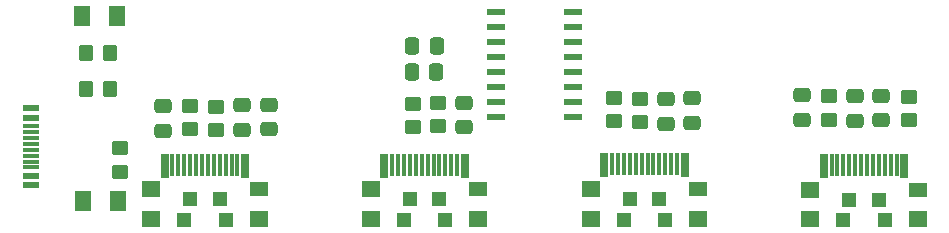
<source format=gbr>
%TF.GenerationSoftware,KiCad,Pcbnew,(7.0.0-0)*%
%TF.CreationDate,2023-12-09T12:43:24+01:00*%
%TF.ProjectId,USB 2.0 Hub,55534220-322e-4302-9048-75622e6b6963,v1.2*%
%TF.SameCoordinates,Original*%
%TF.FileFunction,Paste,Top*%
%TF.FilePolarity,Positive*%
%FSLAX46Y46*%
G04 Gerber Fmt 4.6, Leading zero omitted, Abs format (unit mm)*
G04 Created by KiCad (PCBNEW (7.0.0-0)) date 2023-12-09 12:43:24*
%MOMM*%
%LPD*%
G01*
G04 APERTURE LIST*
G04 Aperture macros list*
%AMRoundRect*
0 Rectangle with rounded corners*
0 $1 Rounding radius*
0 $2 $3 $4 $5 $6 $7 $8 $9 X,Y pos of 4 corners*
0 Add a 4 corners polygon primitive as box body*
4,1,4,$2,$3,$4,$5,$6,$7,$8,$9,$2,$3,0*
0 Add four circle primitives for the rounded corners*
1,1,$1+$1,$2,$3*
1,1,$1+$1,$4,$5*
1,1,$1+$1,$6,$7*
1,1,$1+$1,$8,$9*
0 Add four rect primitives between the rounded corners*
20,1,$1+$1,$2,$3,$4,$5,0*
20,1,$1+$1,$4,$5,$6,$7,0*
20,1,$1+$1,$6,$7,$8,$9,0*
20,1,$1+$1,$8,$9,$2,$3,0*%
G04 Aperture macros list end*
%ADD10RoundRect,0.250000X-0.475000X0.337500X-0.475000X-0.337500X0.475000X-0.337500X0.475000X0.337500X0*%
%ADD11RoundRect,0.250000X0.450000X-0.350000X0.450000X0.350000X-0.450000X0.350000X-0.450000X-0.350000X0*%
%ADD12RoundRect,0.250000X0.350000X0.450000X-0.350000X0.450000X-0.350000X-0.450000X0.350000X-0.450000X0*%
%ADD13RoundRect,0.250001X-0.462499X-0.624999X0.462499X-0.624999X0.462499X0.624999X-0.462499X0.624999X0*%
%ADD14RoundRect,0.250000X-0.350000X-0.450000X0.350000X-0.450000X0.350000X0.450000X-0.350000X0.450000X0*%
%ADD15R,0.350000X1.900000*%
%ADD16R,1.500000X1.400000*%
%ADD17R,0.650000X2.100000*%
%ADD18R,1.200000X1.200000*%
%ADD19R,1.500000X1.300000*%
%ADD20RoundRect,0.250000X0.337500X0.475000X-0.337500X0.475000X-0.337500X-0.475000X0.337500X-0.475000X0*%
%ADD21RoundRect,0.250000X-0.337500X-0.475000X0.337500X-0.475000X0.337500X0.475000X-0.337500X0.475000X0*%
%ADD22RoundRect,0.137500X0.662500X0.137500X-0.662500X0.137500X-0.662500X-0.137500X0.662500X-0.137500X0*%
%ADD23RoundRect,0.250000X-0.450000X0.350000X-0.450000X-0.350000X0.450000X-0.350000X0.450000X0.350000X0*%
%ADD24RoundRect,0.250001X0.462499X0.624999X-0.462499X0.624999X-0.462499X-0.624999X0.462499X-0.624999X0*%
%ADD25R,1.450000X0.600000*%
%ADD26R,1.450000X0.300000*%
G04 APERTURE END LIST*
D10*
%TO.C,C4*%
X43080000Y8542500D03*
X43080000Y6467500D03*
%TD*%
%TO.C,C6*%
X33805000Y8267500D03*
X33805000Y6192500D03*
%TD*%
%TO.C,C10*%
X-4295000Y7667500D03*
X-4295000Y5592500D03*
%TD*%
D11*
%TO.C,R11*%
X-14620000Y2030000D03*
X-14620000Y4030000D03*
%TD*%
D10*
%TO.C,C1*%
X49805000Y8492500D03*
X49805000Y6417500D03*
%TD*%
D12*
%TO.C,R1*%
X-15511000Y12077600D03*
X-17511000Y12077600D03*
%TD*%
D13*
%TO.C,D2*%
X-17770000Y-420000D03*
X-14795000Y-420000D03*
%TD*%
D11*
%TO.C,R6*%
X27180000Y6305000D03*
X27180000Y8305000D03*
%TD*%
D14*
%TO.C,R2*%
X-17495000Y9055000D03*
X-15495000Y9055000D03*
%TD*%
D15*
%TO.C,J2*%
X51104999Y2629999D03*
X49604999Y2629999D03*
X49104999Y2629999D03*
X48604999Y2629999D03*
X48104999Y2629999D03*
X46604999Y2629999D03*
X46104999Y2629999D03*
X45604999Y2629999D03*
X47104999Y2629999D03*
X47604999Y2629999D03*
X50104999Y2629999D03*
X50604999Y2629999D03*
D16*
X43804999Y529999D03*
X43804999Y-1969999D03*
D17*
X44954999Y2529999D03*
D18*
X46604999Y-2069999D03*
X47104999Y-319999D03*
X49604999Y-319999D03*
X50104999Y-2069999D03*
D17*
X51754999Y2529999D03*
D19*
X52904999Y529999D03*
D16*
X52904999Y-1969999D03*
%TD*%
D10*
%TO.C,C9*%
X-2045000Y7717500D03*
X-2045000Y5642500D03*
%TD*%
%TO.C,C11*%
X-10970000Y7592500D03*
X-10970000Y5517500D03*
%TD*%
%TO.C,C5*%
X47580000Y8417500D03*
X47580000Y6342500D03*
%TD*%
D20*
%TO.C,C2*%
X12180000Y12655000D03*
X10105000Y12655000D03*
%TD*%
D15*
%TO.C,J3*%
X32529999Y2679999D03*
X31029999Y2679999D03*
X30529999Y2679999D03*
X30029999Y2679999D03*
X29529999Y2679999D03*
X28029999Y2679999D03*
X27529999Y2679999D03*
X27029999Y2679999D03*
X28529999Y2679999D03*
X29029999Y2679999D03*
X31529999Y2679999D03*
X32029999Y2679999D03*
D16*
X25229999Y579999D03*
X25229999Y-1919999D03*
D17*
X26379999Y2579999D03*
D18*
X28029999Y-2019999D03*
X28529999Y-269999D03*
X31029999Y-269999D03*
X31529999Y-2019999D03*
D17*
X33179999Y2579999D03*
D19*
X34329999Y579999D03*
D16*
X34329999Y-1919999D03*
%TD*%
D10*
%TO.C,C8*%
X14480000Y7867500D03*
X14480000Y5792500D03*
%TD*%
D15*
%TO.C,J5*%
X-4694999Y2654999D03*
X-6194999Y2654999D03*
X-6694999Y2654999D03*
X-7194999Y2654999D03*
X-7694999Y2654999D03*
X-9194999Y2654999D03*
X-9694999Y2654999D03*
X-10194999Y2654999D03*
X-8694999Y2654999D03*
X-8194999Y2654999D03*
X-5694999Y2654999D03*
X-5194999Y2654999D03*
D16*
X-11994999Y554999D03*
X-11994999Y-1944999D03*
D17*
X-10844999Y2554999D03*
D18*
X-9194999Y-2044999D03*
X-8694999Y-294999D03*
X-6194999Y-294999D03*
X-5694999Y-2044999D03*
D17*
X-4044999Y2554999D03*
D19*
X-2894999Y554999D03*
D16*
X-2894999Y-1944999D03*
%TD*%
D21*
%TO.C,C3*%
X10055000Y10530000D03*
X12130000Y10530000D03*
%TD*%
D22*
%TO.C,U1*%
X23705000Y6685000D03*
X23705000Y7955000D03*
X23705000Y9225000D03*
X23705000Y10495000D03*
X23705000Y11765000D03*
X23705000Y13035000D03*
X23705000Y14305000D03*
X23705000Y15575000D03*
X17205000Y15575000D03*
X17205000Y14305000D03*
X17205000Y13035000D03*
X17205000Y11765000D03*
X17205000Y10495000D03*
X17205000Y9225000D03*
X17205000Y7955000D03*
X17205000Y6685000D03*
%TD*%
D11*
%TO.C,R4*%
X52155000Y6405000D03*
X52155000Y8405000D03*
%TD*%
%TO.C,R10*%
X-8695000Y5630000D03*
X-8695000Y7630000D03*
%TD*%
D23*
%TO.C,R3*%
X45355000Y8430000D03*
X45355000Y6430000D03*
%TD*%
%TO.C,R5*%
X29355000Y8230000D03*
X29355000Y6230000D03*
%TD*%
D24*
%TO.C,D1*%
X-14888500Y15267600D03*
X-17863500Y15267600D03*
%TD*%
D11*
%TO.C,R8*%
X10205000Y5805000D03*
X10205000Y7805000D03*
%TD*%
D23*
%TO.C,R9*%
X-6520000Y7555000D03*
X-6520000Y5555000D03*
%TD*%
D25*
%TO.C,J1*%
X-22159999Y7404999D03*
X-22159999Y6604999D03*
D26*
X-22159999Y5404999D03*
X-22159999Y4404999D03*
X-22159999Y3904999D03*
X-22159999Y2904999D03*
D25*
X-22159999Y1704999D03*
X-22159999Y904999D03*
X-22159999Y904999D03*
X-22159999Y1704999D03*
D26*
X-22159999Y2404999D03*
X-22159999Y3404999D03*
X-22159999Y4904999D03*
X-22159999Y5904999D03*
D25*
X-22159999Y6604999D03*
X-22159999Y7404999D03*
%TD*%
D10*
%TO.C,C7*%
X31580000Y8192500D03*
X31580000Y6117500D03*
%TD*%
D23*
%TO.C,R7*%
X12255000Y7880000D03*
X12255000Y5880000D03*
%TD*%
D15*
%TO.C,J4*%
X13904999Y2654999D03*
X12404999Y2654999D03*
X11904999Y2654999D03*
X11404999Y2654999D03*
X10904999Y2654999D03*
X9404999Y2654999D03*
X8904999Y2654999D03*
X8404999Y2654999D03*
X9904999Y2654999D03*
X10404999Y2654999D03*
X12904999Y2654999D03*
X13404999Y2654999D03*
D16*
X6604999Y554999D03*
X6604999Y-1944999D03*
D17*
X7754999Y2554999D03*
D18*
X9404999Y-2044999D03*
X9904999Y-294999D03*
X12404999Y-294999D03*
X12904999Y-2044999D03*
D17*
X14554999Y2554999D03*
D19*
X15704999Y554999D03*
D16*
X15704999Y-1944999D03*
%TD*%
M02*

</source>
